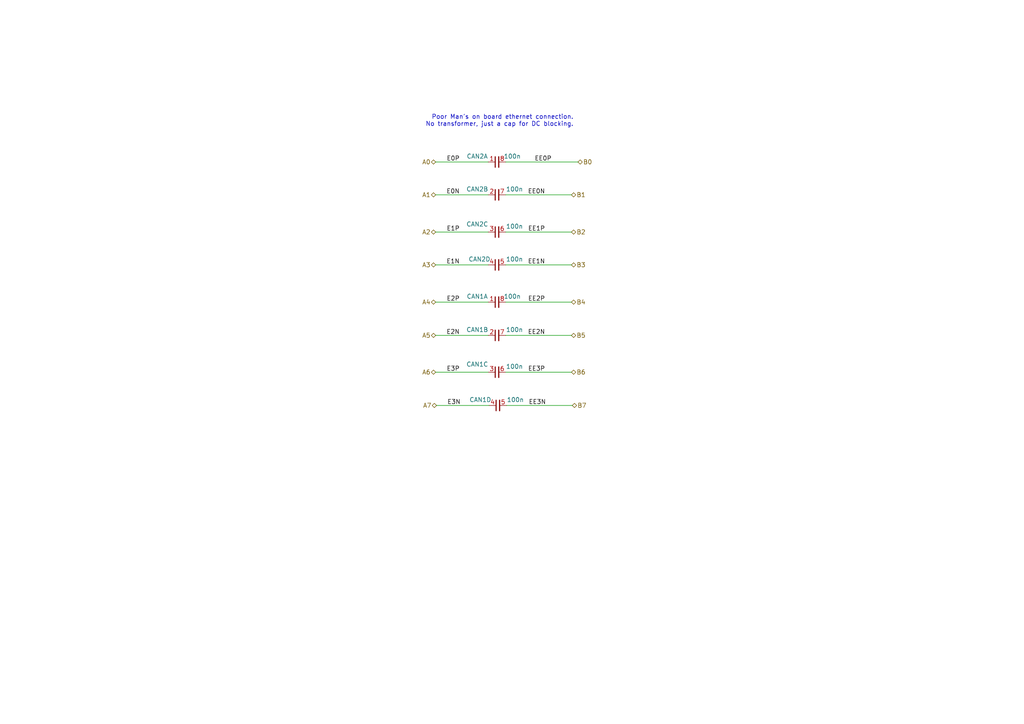
<source format=kicad_sch>
(kicad_sch (version 20210621) (generator eeschema)
  (paper "A4")
  (title_block (title "4pi-Farm") (date "2021-05-15") (rev "2.0"))
  (lib_symbols
    (symbol "Device:C_Network04_Split" (pin_names (offset 0) hide)
      (property "Reference" "CAN" (at 3.175 0 90))
      (property "Value" "C_Network04_Split" (at 0 10.795 0))
      (symbol "C_Network04_Split_0_1"
        (polyline (pts (xy -1.27 -0.635) (xy 1.778 -0.635)) (stroke (width 0.3302)))
        (polyline (pts (xy -1.27 0.381) (xy 1.778 0.381)) (stroke (width 0.3048)))
      )
      (symbol "C_Network04_Split_1_1"
        (pin passive line (at 0.254 2.413 270) (length 2.032) (name "~") (number "1"))
        (pin passive line (at 0.254 -2.667 90) (length 2.032) (name "~") (number "8"))
      )
      (symbol "C_Network04_Split_2_1"
        (pin passive line (at 0.254 2.413 270) (length 2.032) (name "~") (number "2"))
        (pin passive line (at 0.254 -2.667 90) (length 2.032) (name "~") (number "7"))
      )
      (symbol "C_Network04_Split_3_1"
        (pin passive line (at 0.254 2.413 270) (length 2.032) (name "~") (number "3"))
        (pin passive line (at 0.254 -2.667 90) (length 2.032) (name "~") (number "6"))
      )
      (symbol "C_Network04_Split_4_1"
        (pin passive line (at 0.254 2.413 270) (length 2.032) (name "~") (number "4"))
        (pin passive line (at 0.254 -2.667 90) (length 2.032) (name "~") (number "5"))
      )
    )
  )
  (wire (pts (xy 126.365 46.99) (xy 141.605 46.99)))
  (wire (pts (xy 126.365 56.515) (xy 141.605 56.515)))
  (wire (pts (xy 126.365 67.31) (xy 141.605 67.31)))
  (wire (pts (xy 126.365 76.835) (xy 141.605 76.835)))
  (wire (pts (xy 126.365 87.63) (xy 141.605 87.63)))
  (wire (pts (xy 126.365 97.282) (xy 141.605 97.282)))
  (wire (pts (xy 126.365 107.95) (xy 141.605 107.95)))
  (wire (pts (xy 126.619 117.602) (xy 141.859 117.602)))
  (wire (pts (xy 146.685 46.99) (xy 167.64 46.99)))
  (wire (pts (xy 146.685 56.515) (xy 165.735 56.515)))
  (wire (pts (xy 146.685 67.31) (xy 165.735 67.31)))
  (wire (pts (xy 146.685 76.835) (xy 165.735 76.835)))
  (wire (pts (xy 146.685 87.63) (xy 165.735 87.63)))
  (wire (pts (xy 146.685 97.282) (xy 165.735 97.282)))
  (wire (pts (xy 146.685 107.95) (xy 165.735 107.95)))
  (wire (pts (xy 146.939 117.602) (xy 165.989 117.602)))
  (text "Poor Man's on board ethernet connection.\nNo transformer, just a cap for DC blocking." (at 166.37 36.83 0) (effects (font (size 1.27 1.27)) (justify right bottom)))
  (label "E0P" (at 133.35 46.99 180))
  (label "E0N" (at 133.35 56.515 180))
  (label "E1P" (at 133.35 67.31 180))
  (label "E1N" (at 133.35 76.835 180))
  (label "E2P" (at 133.35 87.63 180))
  (label "E2N" (at 133.35 97.282 180))
  (label "E3P" (at 133.35 107.95 180))
  (label "E3N" (at 133.604 117.602 180))
  (label "EE0N" (at 158.115 56.515 180))
  (label "EE1P" (at 158.115 67.31 180))
  (label "EE1N" (at 158.115 76.835 180))
  (label "EE2P" (at 158.115 87.63 180))
  (label "EE2N" (at 158.115 97.282 180))
  (label "EE3P" (at 158.115 107.95 180))
  (label "EE3N" (at 158.369 117.602 180))
  (label "EE0P" (at 160.02 46.99 180))
  (hierarchical_label "A0" (shape bidirectional) (at 126.365 46.99 180))
  (hierarchical_label "A1" (shape bidirectional) (at 126.365 56.515 180))
  (hierarchical_label "A2" (shape bidirectional) (at 126.365 67.31 180))
  (hierarchical_label "A3" (shape bidirectional) (at 126.365 76.835 180))
  (hierarchical_label "A4" (shape bidirectional) (at 126.365 87.63 180))
  (hierarchical_label "A5" (shape bidirectional) (at 126.365 97.282 180))
  (hierarchical_label "A6" (shape bidirectional) (at 126.365 107.95 180))
  (hierarchical_label "A7" (shape bidirectional) (at 126.619 117.602 180))
  (hierarchical_label "B1" (shape bidirectional) (at 165.735 56.515 0))
  (hierarchical_label "B2" (shape bidirectional) (at 165.735 67.31 0))
  (hierarchical_label "B3" (shape bidirectional) (at 165.735 76.835 0))
  (hierarchical_label "B4" (shape bidirectional) (at 165.735 87.63 0))
  (hierarchical_label "B5" (shape bidirectional) (at 165.735 97.282 0))
  (hierarchical_label "B6" (shape bidirectional) (at 165.735 107.95 0))
  (hierarchical_label "B7" (shape bidirectional) (at 165.989 117.602 0))
  (hierarchical_label "B0" (shape bidirectional) (at 167.64 46.99 0))
  (symbol (lib_id "Device:C_Network04_Split") (at 144.018 47.244 90) (unit 1)
    (property "Reference" "CAN2" (at 138.43 45.339 90))
    (property "Value" "100n" (at 148.59 45.339 90))
    (property "Footprint" "Resistor_SMD:R_Array_Concave_4x0603" (effects hide))
    (property "Datasheet" "http://www.kemet.com" (effects hide))
    (property "Manufacturer" "Kemet" (effects hide))
    (property "Manuf Partno" "CA064C104M4RAC7800" (effects hide))
    (property "Part Description" "CAP ARRAY 0.1UF 16V X7R 0612" (effects hide))
  )
  (symbol (lib_id "Device:C_Network04_Split") (at 144.018 56.769 90) (unit 2)
    (property "Reference" "CAN2" (at 138.43 54.864 90))
    (property "Value" "100n" (at 149.225 54.864 90))
    (property "Footprint" "Resistor_SMD:R_Array_Concave_4x0603" (effects hide))
    (property "Datasheet" "http://www.kemet.com" (effects hide))
    (property "Manufacturer" "Kemet" (effects hide))
    (property "Manuf Partno" "CA064C104M4RAC7800" (effects hide))
    (property "Part Description" "CAP ARRAY 0.1UF 16V X7R 0612" (effects hide))
  )
  (symbol (lib_id "Device:C_Network04_Split") (at 144.018 67.564 90) (unit 3)
    (property "Reference" "CAN2" (at 138.43 65.024 90))
    (property "Value" "100n" (at 149.225 65.659 90))
    (property "Footprint" "Resistor_SMD:R_Array_Concave_4x0603" (effects hide))
    (property "Datasheet" "http://www.kemet.com" (effects hide))
    (property "Manufacturer" "Kemet" (effects hide))
    (property "Manuf Partno" "CA064C104M4RAC7800" (effects hide))
    (property "Part Description" "CAP ARRAY 0.1UF 16V X7R 0612" (effects hide))
  )
  (symbol (lib_id "Device:C_Network04_Split") (at 144.018 77.089 90) (unit 4)
    (property "Reference" "CAN2" (at 139.065 75.184 90))
    (property "Value" "100n" (at 149.225 75.184 90))
    (property "Footprint" "Resistor_SMD:R_Array_Concave_4x0603" (effects hide))
    (property "Datasheet" "http://www.kemet.com" (effects hide))
    (property "Manufacturer" "Kemet" (effects hide))
    (property "Manuf Partno" "CA064C104M4RAC7800" (effects hide))
    (property "Part Description" "CAP ARRAY 0.1UF 16V X7R 0612" (effects hide))
  )
  (symbol (lib_id "Device:C_Network04_Split") (at 144.018 87.884 90) (unit 1)
    (property "Reference" "CAN1" (at 138.43 85.979 90))
    (property "Value" "100n" (at 148.59 85.979 90))
    (property "Footprint" "Resistor_SMD:R_Array_Concave_4x0603" (effects hide))
    (property "Datasheet" "http://www.kemet.com" (effects hide))
    (property "Manufacturer" "Kemet" (effects hide))
    (property "Manuf Partno" "CA064C104M4RAC7800" (effects hide))
    (property "Part Description" "CAP ARRAY 0.1UF 16V X7R 0612" (effects hide))
  )
  (symbol (lib_id "Device:C_Network04_Split") (at 144.018 97.536 90) (unit 2)
    (property "Reference" "CAN1" (at 138.43 95.631 90))
    (property "Value" "100n" (at 149.225 95.631 90))
    (property "Footprint" "Resistor_SMD:R_Array_Concave_4x0603" (effects hide))
    (property "Datasheet" "http://www.kemet.com" (effects hide))
    (property "Manufacturer" "Kemet" (effects hide))
    (property "Manuf Partno" "CA064C104M4RAC7800" (effects hide))
    (property "Part Description" "CAP ARRAY 0.1UF 16V X7R 0612" (effects hide))
  )
  (symbol (lib_id "Device:C_Network04_Split") (at 144.018 108.204 90) (unit 3)
    (property "Reference" "CAN1" (at 138.43 105.664 90))
    (property "Value" "100n" (at 149.225 106.299 90))
    (property "Footprint" "Resistor_SMD:R_Array_Concave_4x0603" (effects hide))
    (property "Datasheet" "http://www.kemet.com" (effects hide))
    (property "Manufacturer" "Kemet" (effects hide))
    (property "Manuf Partno" "CA064C104M4RAC7800" (effects hide))
    (property "Part Description" "CAP ARRAY 0.1UF 16V X7R 0612" (effects hide))
  )
  (symbol (lib_id "Device:C_Network04_Split") (at 144.272 117.856 90) (unit 4)
    (property "Reference" "CAN1" (at 139.319 115.951 90))
    (property "Value" "100n" (at 149.479 115.951 90))
    (property "Footprint" "Resistor_SMD:R_Array_Concave_4x0603" (effects hide))
    (property "Datasheet" "http://www.kemet.com" (effects hide))
    (property "Manufacturer" "Kemet" (effects hide))
    (property "Manuf Partno" "CA064C104M4RAC7800" (effects hide))
    (property "Part Description" "CAP ARRAY 0.1UF 16V X7R 0612" (effects hide))
  )
)
</source>
